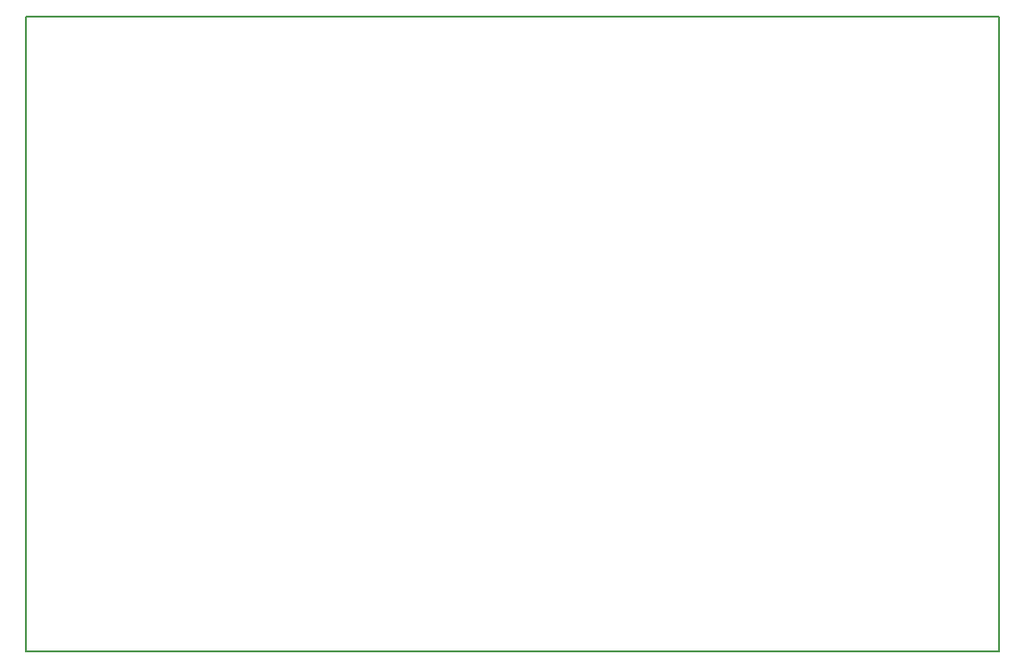
<source format=gm1>
G04 MADE WITH FRITZING*
G04 WWW.FRITZING.ORG*
G04 DOUBLE SIDED*
G04 HOLES PLATED*
G04 CONTOUR ON CENTER OF CONTOUR VECTOR*
%ASAXBY*%
%FSLAX23Y23*%
%MOIN*%
%OFA0B0*%
%SFA1.0B1.0*%
%ADD10R,3.515610X2.296280*%
%ADD11C,0.008000*%
%ADD10C,0.008*%
%LNCONTOUR*%
G90*
G70*
G54D10*
G54D11*
X4Y2292D02*
X3512Y2292D01*
X3512Y4D01*
X4Y4D01*
X4Y2292D01*
D02*
G04 End of contour*
M02*
</source>
